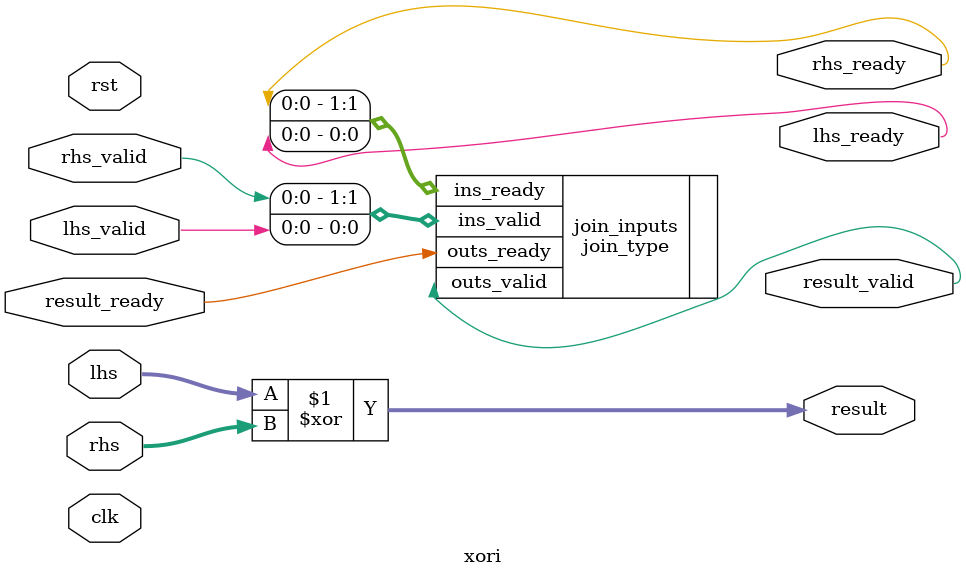
<source format=v>
`timescale 1ns/1ps
module xori #(
  parameter DATA_WIDTH = 32
)(
  // inputs
  input  clk,
  input  rst,
  input  [DATA_WIDTH - 1 : 0] lhs,
  input  lhs_valid,
  input  [DATA_WIDTH - 1 : 0] rhs,
  input  rhs_valid,
  input  result_ready,
  // outputs
  output [DATA_WIDTH - 1 : 0] result,
  output result_valid,
  output lhs_ready,
  output rhs_ready
);

  // Instantiate the join node
  join_type #(
    .SIZE(2)
  ) join_inputs (
    .ins_valid  ({rhs_valid, lhs_valid}),
    .outs_ready (result_ready             ),
    .ins_ready  ({rhs_ready, lhs_ready}  ),
    .outs_valid (result_valid             )
  );

  assign result = lhs ^ rhs;

endmodule
</source>
